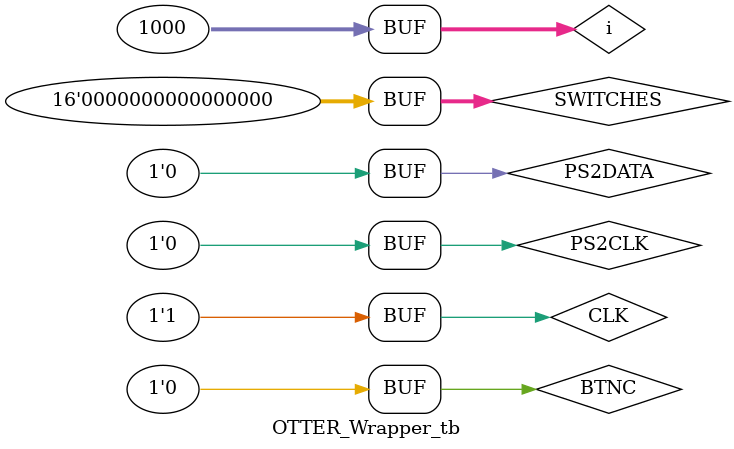
<source format=sv>
`timescale 1ns / 1ps

module OTTER_Wrapper_tb();
   logic CLK;
   // input BTNL, // used for interrupts
   logic BTNC;
   logic [15:0] SWITCHES;
   logic PS2CLK;
   logic PS2DATA;
   logic [15:0] LEDS;
   logic [7:0] CATHODES;
   logic [3:0] ANODES;
   logic [7:0] VGA_RGB;
   logic VGA_HS;
   logic VGA_VS;
    

    OTTER_Wrapper UUT( .CLK(CLK), .BTNC(BTNC), .SWITCHES(SWITCHES), .PS2CLK(PS2CLK), .PS2DATA(PS2DATA), .LEDS(LEDS), .CATHODES(CATHODES), .ANODES(ANODES), .VGA_RGB(VGA_RGB), .VGA_HS(VGA_HS), .VGA_VS(VGA_VS) );

    integer i;

    initial begin
        CLK = 1'b1;
        BTNC = 1'b0;
        SWITCHES = 15'b0;
        PS2CLK = 0;
        PS2DATA = 0;
        
        for (i = 0; i < 1000; i = i + 1) begin
            #10;
            CLK = ~CLK;
        end
    end
    
endmodule

</source>
